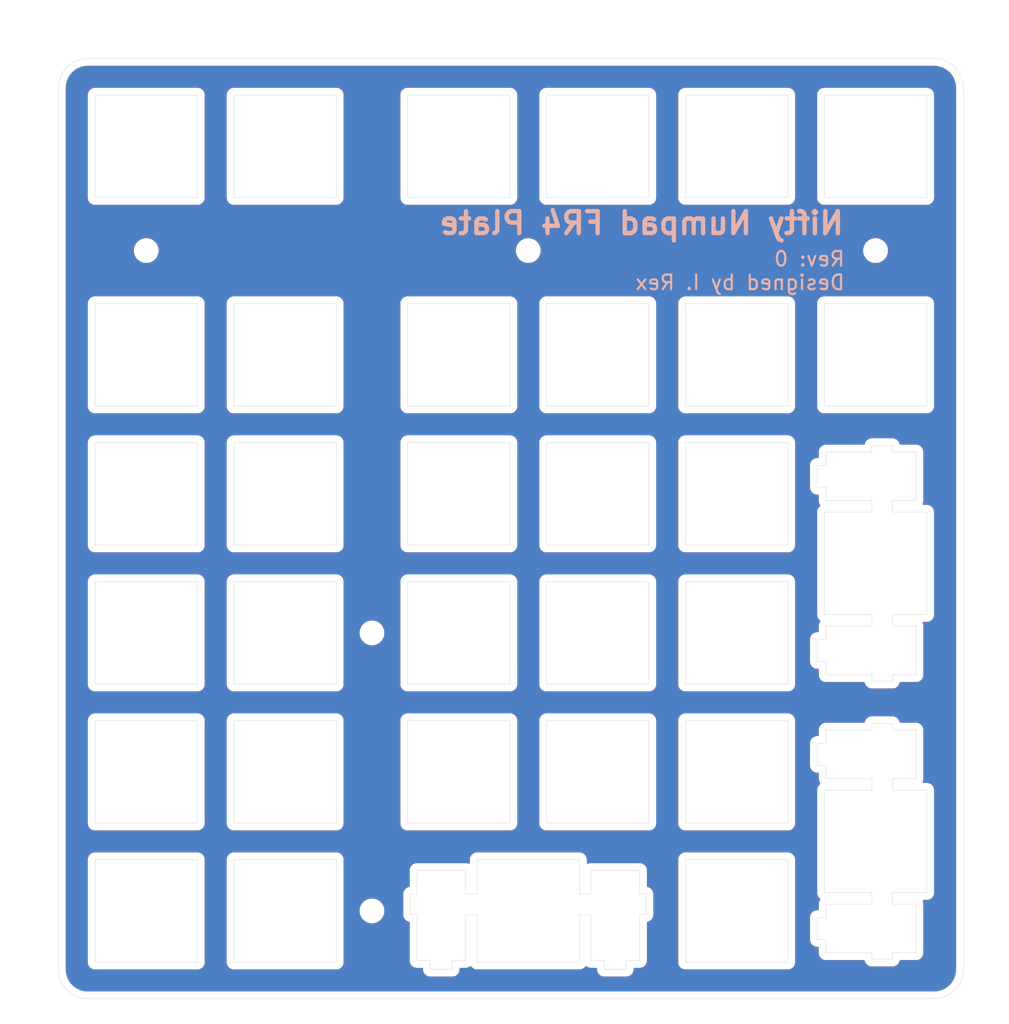
<source format=kicad_pcb>
(kicad_pcb (version 20221018) (generator pcbnew)
  (title_block (title "Nifty Numpad Plate") (date "2023-08-05") (rev "0") (comment 1 "Isaac Rex"))
  (layers (0 "F.Cu" signal) (31 "B.Cu" signal) (34 "B.Paste" user) (35 "F.Paste" user) (36 "B.SilkS" user "B.Silkscreen") (37 "F.SilkS" user "F.Silkscreen") (38 "B.Mask" user) (39 "F.Mask" user) (44 "Edge.Cuts" user))
  (net 0 "")
  (footprint "irex_MountingHole:MountingHole_2.9mm" (layer "F.Cu") (at 121.875 149)
    (fp_text reference "H105" hide)
    (fp_text value "2.9mm")
    (pad "" np_thru_hole circle (at 0 0) (size 2.9 2.9) (drill 2.9) (layers "F&B.Cu" "*.Mask"))
  )
  (footprint "irex_MountingHole:MountingHole_2.9mm" (layer "F.Cu") (at 190.75 58.75)
    (fp_text reference "H103" hide)
    (fp_text value "2.9mm")
    (pad "" np_thru_hole circle (at 0 0) (size 2.9 2.9) (drill 2.9) (layers "F&B.Cu" "*.Mask"))
  )
  (footprint "irex_Aesthetic:Logo_irex_10.0x11.1mm_Copper" (layer "F.Cu") (at 121.9 58.7)
    (fp_text reference "G***" hide)
    (fp_text value "IREX_LOGO" hide)
    (fp_poly (pts (xy -2.714465 2.384016) (xy -2.659375 2.515465) (xy -2.583931 2.696613) (xy -2.57587 2.716018) (xy -2.281771 3.319083) (xy -1.932937 3.851079) (xy -1.538375 4.301271) (xy -1.107091 4.658924) (xy -0.785382 4.849869) (xy -0.464945 4.9964) (xy -0.167065 5.097258) (xy 0.139814 5.158224) (xy 0.487249 5.18508) (xy 0.906796 5.183608) (xy 1.016 5.179901) (xy 1.350412 5.162994) (xy 1.611789 5.13715) (xy 1.839962 5.095733) (xy 2.074761 5.032107) (xy 2.257777 4.973024) (xy 2.925927 4.697066) (xy 3.526765 4.336718) (xy 4.079417 3.880199) (xy 4.161775 3.80029) (xy 4.362805 3.605491) (xy 4.490039 3.493559) (xy 4.544342 3.465702) (xy 4.526574 3.52313) (xy 4.4376 3.66705) (xy 4.278282 3.898673) (xy 4.255265 3.931304) (xy 3.89764 4.340896) (xy 3.446457 4.693028) (xy 2.906901 4.984956) (xy 2.284156 5.213935) (xy 1.583408 5.377222) (xy 1.495777 5.392035) (xy 1.251512 5.420473) (xy 0.924351 5.44269) (xy 0.544145 5.458141) (xy 0.140744 5.466282) (xy -0.256001 5.46657) (xy -0.61624 5.458462) (xy -0.910122 5.441412) (xy -0.959556 5.436754) (xy -1.320854 5.394769) (xy -1.727504 5.339492) (xy -2.151232 5.275503) (xy -2.563764 5.207385) (xy -2.936826 5.13972) (xy -3.242144 5.077088) (xy -3.375664 5.045232) (xy -3.889222 4.884633) (xy -4.304726 4.695481) (xy -4.620042 4.480866) (xy -4.833036 4.243876) (xy -4.941574 3.987601) (xy -4.943523 3.715131) (xy -4.836748 3.429556) (xy -4.662155 3.182599) (xy -4.391243 2.940792) (xy -4.018282 2.725398) (xy -3.551971 2.54095) (xy -3.27151 2.457708) (xy -3.046035 2.398779) (xy -2.867254 2.354735) (xy -2.758994 2.331296) (xy -2.737765 2.329559) (xy -2.714465 2.384016)) (stroke (width 0.01)) (fill solid) (layer "F.Cu"))
    (fp_poly (pts (xy 0.064802 -5.445337) (xy 0.567137 -5.271074) (xy 1.080892 -4.99511) (xy 1.601849 -4.619338) (xy 2.125788 -4.145654) (xy 2.648489 -3.575955) (xy 2.681986 -3.536047) (xy 2.859082 -3.321946) (xy 3.006579 -3.139797) (xy 3.111016 -3.006515) (xy 3.158927 -2.939017) (xy 3.160546 -2.934779) (xy 3.114917 -2.895147) (xy 3.003123 -2.836496) (xy 2.98826 -2.829811) (xy 2.851239 -2.73525) (xy 2.71027 -2.587542) (xy 2.663704 -2.523821) (xy 2.589885 -2.401076) (xy 2.544652 -2.283776) (xy 2.521171 -2.138554) (xy 2.512606 -1.932041) (xy 2.511777 -1.782122) (xy 2.515444 -1.525146) (xy 2.532568 -1.338833) (xy 2.572339 -1.181042) (xy 2.643944 -1.009627) (xy 2.709294 -0.876155) (xy 2.971507 -0.450943) (xy 3.28794 -0.102454) (xy 3.646323 0.160502) (xy 4.034387 0.329115) (xy 4.439862 0.394577) (xy 4.479836 0.395111) (xy 4.846218 0.395111) (xy 4.915542 0.719667) (xy 4.964829 1.05495) (xy 4.985724 1.437797) (xy 4.978838 1.82818) (xy 4.944782 2.18607) (xy 4.889064 2.455333) (xy 4.683022 2.954875) (xy 4.371938 3.422337) (xy 3.960301 3.852971) (xy 3.452602 4.242026) (xy 2.897216 4.562847) (xy 2.72019 4.642077) (xy 2.492522 4.730276) (xy 2.244979 4.817159) (xy 2.008327 4.892443) (xy 1.813333 4.945844) (xy 1.690765 4.967076) (xy 1.687779 4.967111) (xy 1.666742 4.915404) (xy 1.644558 4.778958) (xy 1.625619 4.585789) (xy 1.623618 4.557889) (xy 1.539235 4.036364) (xy 1.35576 3.539948) (xy 1.092925 3.088158) (xy 0.713618 2.620734) (xy 0.274066 2.246137) (xy -0.141111 2.001077) (xy -0.60965 1.812997) (xy -1.043741 1.726679) (xy -1.439396 1.74179) (xy -1.792622 1.857997) (xy -2.09943 2.074966) (xy -2.193021 2.172267) (xy -2.371575 2.375629) (xy -2.433333 2.217925) (xy -2.517327 1.965104) (xy -2.607505 1.62834) (xy -2.697807 1.235914) (xy -2.78217 0.816106) (xy -2.854534 0.397198) (xy -2.908836 0.007468) (xy -2.9109 -0.010152) (xy -2.949887 -0.45024) (xy -2.962222 -0.717854) (xy -2.087205 -0.717854) (xy -2.054264 -0.354836) (xy -1.959897 -0.047857) (xy -1.814558 0.193471) (xy -1.628701 0.359534) (xy -1.412778 0.440719) (xy -1.177243 0.427412) (xy -0.953792 0.324497) (xy -0.735453 0.116233) (xy -0.575357 -0.165612) (xy -0.47887 -0.494884) (xy -0.451354 -0.845425) (xy -0.498174 -1.19108) (xy -0.591228 -1.443453) (xy -0.763355 -1.699906) (xy -0.964277 -1.857775) (xy -1.181019 -1.923353) (xy -1.400607 -1.902935) (xy -1.610066 -1.802811) (xy -1.796421 -1.629277) (xy -1.946698 -1.388625) (xy -2.047921 -1.087149) (xy -2.087117 -0.731141) (xy -2.087205 -0.717854) (xy -2.962222 -0.717854) (xy -2.972167 -0.933614) (xy -2.978218 -1.433964) (xy -2.968519 -1.924979) (xy -2.943549 -2.38035) (xy -2.903785 -2.773765) (xy -2.855546 -3.053999) (xy -2.671099 -3.694243) (xy -2.429847 -4.242783) (xy -2.383413 -4.313961) (xy 0.232463 -4.313961) (xy 0.244282 -4.135598) (xy 0.347654 -3.939977) (xy 0.417689 -3.8608) (xy 0.599775 -3.728273) (xy 0.793911 -3.665879) (xy 0.968612 -3.679693) (xy 1.061155 -3.736622) (xy 1.11155 -3.849645) (xy 1.126763 -4.019539) (xy 1.105916 -4.195625) (xy 1.070771 -4.292904) (xy 0.980019 -4.395751) (xy 0.847796 -4.486749) (xy 0.619863 -4.561459) (xy 0.432899 -4.545295) (xy 0.299551 -4.456661) (xy 0.232463 -4.313961) (xy -2.383413 -4.313961) (xy -2.133276 -4.69739) (xy -1.782872 -5.055838) (xy -1.38012 -5.315899) (xy -1.331482 -5.338954) (xy -0.888727 -5.481172) (xy -0.421892 -5.516001) (xy 0.064802 -5.445337)) (stroke (width 0.01)) (fill solid) (layer "F.Cu"))
  )
  (footprint "irex_MountingHole:MountingHole_2.9mm" (layer "F.Cu") (at 121.875 111)
    (fp_text reference "H104" hide)
    (fp_text value "2.9mm")
    (pad "" np_thru_hole circle (at 0 0) (size 2.9 2.9) (drill 2.9) (layers "F&B.Cu" "*.Mask"))
  )
  (footprint "irex_MountingHole:MountingHole_2.9mm" (layer "F.Cu") (at 91 58.75)
    (fp_text reference "H101" hide)
    (fp_text value "2.9mm")
    (pad "" np_thru_hole circle (at 0 0) (size 2.9 2.9) (drill 2.9) (layers "F&B.Cu" "*.Mask"))
  )
  (footprint "irex_MountingHole:MountingHole_2.9mm" (layer "F.Cu") (at 143.25 58.75)
    (fp_text reference "H102" hide)
    (fp_text value "2.9mm")
    (pad "" np_thru_hole circle (at 0 0) (size 2.9 2.9) (drill 2.9) (layers "F&B.Cu" "*.Mask"))
  )
  (gr_line (start 129.85 155.77) (end 128.025 155.77) (stroke (width 0.05)) (layer "Edge.Cuts"))
  (gr_line (start 145.75 37.5) (end 159.75 37.5) (stroke (width 0.05)) (layer "Edge.Cuts"))
  (gr_line (start 159.75 104) (end 159.75 118) (stroke (width 0.05)) (layer "Edge.Cuts"))
  (gr_line (start 84 142) (end 98 142) (stroke (width 0.05)) (layer "Edge.Cuts"))
  (gr_line (start 140.75 123) (end 140.75 137) (stroke (width 0.05)) (layer "Edge.Cuts"))
  (gr_line (start 198.75 32.5) (end 83 32.5) (stroke (width 0.05)) (layer "Edge.Cuts"))
  (gr_line (start 140.75 99) (end 126.75 99) (stroke (width 0.05)) (layer "Edge.Cuts"))
  (gr_line (start 150.25 146.7) (end 151.825 146.7) (stroke (width 0.05)) (layer "Edge.Cuts"))
  (gr_line (start 150.25 156) (end 136.25 156) (stroke (width 0.05)) (layer "Edge.Cuts"))
  (gr_line (start 126.75 104) (end 140.75 104) (stroke (width 0.05)) (layer "Edge.Cuts"))
  (gr_line (start 183.98 129.1) (end 182.78 129.1) (stroke (width 0.05)) (layer "Edge.Cuts"))
  (gr_line (start 193.05 148.075) (end 196.28 148.075) (stroke (width 0.05)) (layer "Edge.Cuts"))
  (gr_line (start 190.25 130.925) (end 183.98 130.925) (stroke (width 0.05)) (layer "Edge.Cuts"))
  (gr_line (start 126.75 85) (end 140.75 85) (stroke (width 0.05)) (layer "Edge.Cuts"))
  (gr_line (start 158.475 143.47) (end 158.475 146.7) (stroke (width 0.05)) (layer "Edge.Cuts"))
  (gr_line (start 196.28 86.275) (end 196.28 92.925) (stroke (width 0.05)) (layer "Edge.Cuts"))
  (gr_line (start 140.75 85) (end 140.75 99) (stroke (width 0.05)) (layer "Edge.Cuts"))
  (gr_line (start 126.75 137) (end 126.75 123) (stroke (width 0.05)) (layer "Edge.Cuts"))
  (gr_line (start 193.05 132.5) (end 197.75 132.5) (stroke (width 0.05)) (layer "Edge.Cuts"))
  (gr_line (start 98 137) (end 84 137) (stroke (width 0.05)) (layer "Edge.Cuts"))
  (gr_line (start 117 99) (end 103 99) (stroke (width 0.05)) (layer "Edge.Cuts"))
  (gr_line (start 128.025 149.5) (end 127.15 149.5) (stroke (width 0.05)) (layer "Edge.Cuts"))
  (gr_line (start 190.25 155.6) (end 190.25 154.725) (stroke (width 0.05)) (layer "Edge.Cuts"))
  (gr_line (start 197.75 132.5) (end 197.75 146.5) (stroke (width 0.05)) (layer "Edge.Cuts"))
  (gr_line (start 117 37.5) (end 117 51.5) (stroke (width 0.05)) (layer "Edge.Cuts"))
  (gr_line (start 98 99) (end 84 99) (stroke (width 0.05)) (layer "Edge.Cuts"))
  (gr_line (start 156.65 155.77) (end 156.65 156.97) (stroke (width 0.05)) (layer "Edge.Cuts"))
  (gr_line (start 98 51.5) (end 84 51.5) (stroke (width 0.05)) (layer "Edge.Cuts"))
  (gr_line (start 164.75 123) (end 178.75 123) (stroke (width 0.05)) (layer "Edge.Cuts"))
  (gr_line (start 136.25 149.5) (end 134.675 149.5) (stroke (width 0.05)) (layer "Edge.Cuts"))
  (gr_line (start 117 118) (end 103 118) (stroke (width 0.05)) (layer "Edge.Cuts"))
  (gr_line (start 193.05 117.6) (end 190.25 117.6) (stroke (width 0.05)) (layer "Edge.Cuts"))
  (gr_line (start 159.35 149.5) (end 158.475 149.5) (stroke (width 0.05)) (layer "Edge.Cuts"))
  (gr_line (start 196.28 92.925) (end 193.05 92.925) (stroke (width 0.05)) (layer "Edge.Cuts"))
  (gr_line (start 140.75 118) (end 126.75 118) (stroke (width 0.05)) (layer "Edge.Cuts"))
  (gr_line (start 190.25 117.6) (end 190.25 116.725) (stroke (width 0.05)) (layer "Edge.Cuts"))
  (gr_line (start 183.98 92.925) (end 183.98 91.1) (stroke (width 0.05)) (layer "Edge.Cuts"))
  (gr_line (start 84 51.5) (end 84 37.5) (stroke (width 0.05)) (layer "Edge.Cuts"))
  (gr_line (start 98 118) (end 84 118) (stroke (width 0.05)) (layer "Edge.Cuts"))
  (gr_line (start 84 104) (end 98 104) (stroke (width 0.05)) (layer "Edge.Cuts"))
  (gr_line (start 183.98 110.075) (end 190.25 110.075) (stroke (width 0.05)) (layer "Edge.Cuts"))
  (gr_line (start 164.75 37.5) (end 178.75 37.5) (stroke (width 0.05)) (layer "Edge.Cuts"))
  (gr_line (start 103 66) (end 117 66) (stroke (width 0.05)) (layer "Edge.Cuts"))
  (gr_line (start 197.75 94.5) (end 197.75 108.5) (stroke (width 0.05)) (layer "Edge.Cuts"))
  (gr_line (start 134.675 155.77) (end 132.85 155.77) (stroke (width 0.05)) (layer "Edge.Cuts"))
  (gr_line (start 150.25 142) (end 150.25 146.7) (stroke (width 0.05)) (layer "Edge.Cuts"))
  (gr_line (start 103 104) (end 117 104) (stroke (width 0.05)) (layer "Edge.Cuts"))
  (gr_line (start 134.675 143.47) (end 134.675 146.7) (stroke (width 0.05)) (layer "Edge.Cuts"))
  (gr_line (start 84 85) (end 98 85) (stroke (width 0.05)) (layer "Edge.Cuts"))
  (gr_line (start 128.025 155.77) (end 128.025 149.5) (stroke (width 0.05)) (layer "Edge.Cuts"))
  (gr_line (start 182.78 126.1) (end 183.98 126.1) (stroke (width 0.05)) (layer "Edge.Cuts"))
  (gr_line (start 178.75 51.5) (end 164.75 51.5) (stroke (width 0.05)) (layer "Edge.Cuts"))
  (gr_line (start 126.75 99) (end 126.75 85) (stroke (width 0.05)) (layer "Edge.Cuts"))
  (gr_line (start 84 118) (end 84 104) (stroke (width 0.05)) (layer "Edge.Cuts"))
  (gr_line (start 136.25 146.7) (end 136.25 142) (stroke (width 0.05)) (layer "Edge.Cuts"))
  (gr_line (start 182.78 91.1) (end 182.78 88.1) (stroke (width 0.05)) (layer "Edge.Cuts"))
  (gr_line (start 145.75 123) (end 159.75 123) (stroke (width 0.05)) (layer "Edge.Cuts"))
  (gr_line (start 190.25 94.5) (end 190.25 92.925) (stroke (width 0.05)) (layer "Edge.Cuts"))
  (gr_line (start 145.75 51.5) (end 145.75 37.5) (stroke (width 0.05)) (layer "Edge.Cuts"))
  (gr_line (start 159.75 137) (end 145.75 137) (stroke (width 0.05)) (layer "Edge.Cuts"))
  (gr_line (start 183.75 108.5) (end 183.75 94.5) (stroke (width 0.05)) (layer "Edge.Cuts"))
  (gr_line (start 182.78 88.1) (end 183.98 88.1) (stroke (width 0.05)) (layer "Edge.Cuts"))
  (gr_line (start 98 66) (end 98 80) (stroke (width 0.05)) (layer "Edge.Cuts"))
  (gr_line (start 178.75 142) (end 178.75 156) (stroke (width 0.05)) (layer "Edge.Cuts"))
  (gr_line (start 178.75 118) (end 164.75 118) (stroke (width 0.05)) (layer "Edge.Cuts"))
  (gr_line (start 197.75 51.5) (end 183.75 51.5) (stroke (width 0.05)) (layer "Edge.Cuts"))
  (gr_line (start 197.75 37.5) (end 197.75 51.5) (stroke (width 0.05)) (layer "Edge.Cuts"))
  (gr_line (start 164.75 118) (end 164.75 104) (stroke (width 0.05)) (layer "Edge.Cuts"))
  (gr_line (start 190.25 148.075) (end 190.25 146.5) (stroke (width 0.05)) (layer "Edge.Cuts"))
  (gr_line (start 126.75 123) (end 140.75 123) (stroke (width 0.05)) (layer "Edge.Cuts"))
  (gr_line (start 193.05 85.4) (end 193.05 86.275) (stroke (width 0.05)) (layer "Edge.Cuts"))
  (gr_line (start 158.475 155.77) (end 156.65 155.77) (stroke (width 0.05)) (layer "Edge.Cuts"))
  (gr_line (start 183.98 114.9) (end 182.78 114.9) (stroke (width 0.05)) (layer "Edge.Cuts"))
  (gr_line (start 84 137) (end 84 123) (stroke (width 0.05)) (layer "Edge.Cuts"))
  (gr_line (start 159.75 80) (end 145.75 80) (stroke (width 0.05)) (layer "Edge.Cuts"))
  (gr_line (start 183.98 126.1) (end 183.98 124.275) (stroke (width 0.05)) (layer "Edge.Cuts"))
  (gr_line (start 178.75 80) (end 164.75 80) (stroke (width 0.05)) (layer "Edge.Cuts"))
  (gr_line (start 183.75 66) (end 197.75 66) (stroke (width 0.05)) (layer "Edge.Cuts"))
  (gr_line (start 190.25 132.5) (end 190.25 130.925) (stroke (width 0.05)) (layer "Edge.Cuts"))
  (gr_line (start 117 104) (end 117 118) (stroke (width 0.05)) (layer "Edge.Cuts"))
  (gr_line (start 183.98 148.075) (end 190.25 148.075) (stroke (width 0.05)) (layer "Edge.Cuts"))
  (gr_line (start 182.78 111.9) (end 183.98 111.9) (stroke (width 0.05)) (layer "Edge.Cuts"))
  (gr_line (start 103 137) (end 103 123) (stroke (width 0.05)) (layer "Edge.Cuts"))
  (gr_line (start 103 118) (end 103 104) (stroke (width 0.05)) (layer "Edge.Cuts"))
  (gr_line (start 193.05 110.075) (end 196.28 110.075) (stroke (width 0.05)) (layer "Edge.Cuts"))
  (gr_line (start 178.75 104) (end 178.75 118) (stroke (width 0.05)) (layer "Edge.Cuts"))
  (gr_line (start 145.75 137) (end 145.75 123) (stroke (width 0.05)) (layer "Edge.Cuts"))
  (gr_line (start 159.75 99) (end 145.75 99) (stroke (width 0.05)) (layer "Edge.Cuts"))
  (gr_line (start 196.28 154.725) (end 193.05 154.725) (stroke (width 0.05)) (layer "Edge.Cuts"))
  (gr_line (start 193.05 108.5) (end 193.05 110.075) (stroke (width 0.05)) (layer "Edge.Cuts"))
  (gr_line (start 183.75 132.5) (end 190.25 132.5) (stroke (width 0.05)) (layer "Edge.Cuts"))
  (gr_line (start 158.475 149.5) (end 158.475 155.77) (stroke (width 0.05)) (layer "Edge.Cuts"))
  (gr_line (start 159.75 118) (end 145.75 118) (stroke (width 0.05)) (layer "Edge.Cuts"))
  (gr_line (start 193.05 116.725) (end 193.05 117.6) (stroke (width 0.05)) (layer "Edge.Cuts"))
  (gr_line (start 159.75 37.5) (end 159.75 51.5) (stroke (width 0.05)) (layer "Edge.Cuts"))
  (gr_line (start 202.75 157) (end 202.75 36.5) (stroke (width 0.05)) (layer "Edge.Cuts"))
  (gr_line (start 193.05 155.6) (end 190.25 155.6) (stroke (width 0.05)) (layer "Edge.Cuts"))
  (gr_line (start 182.78 152.9) (end 182.78 149.9) (stroke (width 0.05)) (layer "Edge.Cuts"))
  (gr_line (start 134.675 149.5) (end 134.675 155.77) (stroke (width 0.05)) (layer "Edge.Cuts"))
  (gr_line (start 117 137) (end 103 137) (stroke (width 0.05)) (layer "Edge.Cuts"))
  (gr_line (start 164.75 156) (end 164.75 142) (stroke (width 0.05)) (layer "Edge.Cuts"))
  (gr_line (start 190.25 86.275) (end 190.25 85.4) (stroke (width 0.05)) (layer "Edge.Cuts"))
  (gr_line (start 145.75 104) (end 159.75 104) (stroke (width 0.05)) (layer "Edge.Cuts"))
  (gr_line (start 98 156) (end 84 156) (stroke (width 0.05)) (layer "Edge.Cuts"))
  (gr_line (start 164.75 137) (end 164.75 123) (stroke (width 0.05)) (layer "Edge.Cuts"))
  (gr_line (start 103 80) (end 103 66) (stroke (width 0.05)) (layer "Edge.Cuts"))
  (gr_line (start 117 123) (end 117 137) (stroke (width 0.05)) (layer "Edge.Cuts"))
  (gr_line (start 197.75 80) (end 183.75 80) (stroke (width 0.05)) (layer "Edge.Cuts"))
  (gr_line (start 126.75 80) (end 126.75 66) (stroke (width 0.05)) (layer "Edge.Cuts"))
  (gr_line (start 197.75 146.5) (end 193.05 146.5) (stroke (width 0.05)) (layer "Edge.Cuts"))
  (gr_line (start 145.75 85) (end 159.75 85) (stroke (width 0.05)) (layer "Edge.Cuts"))
  (gr_line (start 151.825 155.77) (end 151.825 149.5) (stroke (width 0.05)) (layer "Edge.Cuts"))
  (gr_line (start 126.75 51.5) (end 126.75 37.5) (stroke (width 0.05)) (layer "Edge.Cuts"))
  (gr_line (start 153.65 155.77) (end 151.825 155.77) (stroke (width 0.05)) (layer "Edge.Cuts"))
  (gr_line (start 164.75 104) (end 178.75 104) (stroke (width 0.05)) (layer "Edge.Cuts"))
  (gr_line (start 153.65 156.97) (end 153.65 155.77) (stroke (width 0.05)) (layer "Edge.Cuts"))
  (gr_line (start 196.28 130.925) (end 193.05 130.925) (stroke (width 0.05)) (layer "Edge.Cuts"))
  (gr_line (start 196.28 148.075) (end 196.28 154.725) (stroke (width 0.05)) (layer "Edge.Cuts"))
  (gr_line (start 183.75 51.5) (end 183.75 37.5) (stroke (width 0.05)) (layer "Edge.Cuts"))
  (gr_line (start 159.75 51.5) (end 145.75 51.5) (stroke (width 0.05)) (layer "Edge.Cuts"))
  (gr_line (start 140.75 66) (end 140.75 80) (stroke (width 0.05)) (layer "Edge.Cuts"))
  (gr_line (start 127.15 146.7) (end 128.025 146.7) (stroke (width 0.05)) (layer "Edge.Cuts"))
  (gr_line (start 193.05 123.4) (end 193.05 124.275) (stroke (width 0.05)) (layer "Edge.Cuts"))
  (gr_line (start 132.85 156.97) (end 129.85 156.97) (stroke (width 0.05)) (layer "Edge.Cuts"))
  (gr_line (start 183.98 116.725) (end 183.98 114.9) (stroke (width 0.05)) (layer "Edge.Cuts"))
  (gr_line (start 190.25 146.5) (end 183.75 146.5) (stroke (width 0.05)) (layer "Edge.Cuts"))
  (gr_line (start 84 66) (end 98 66) (stroke (width 0.05)) (layer "Edge.Cuts"))
  (gr_line (start 183.98 149.9) (end 183.98 148.075) (stroke (width 0.05)) (layer "Edge.Cuts"))
  (gr_line (start 178.75 137) (end 164.75 137) (stroke (width 0.05)) (layer "Edge.Cuts"))
  (gr_line (start 140.75 37.5) (end 140.75 51.5) (stroke (width 0.05)) (layer "Edge.Cuts"))
  (gr_line (start 178.75 85) (end 178.75 99) (stroke (width 0.05)) (layer "Edge.Cuts"))
  (gr_line (start 158.475 146.7) (end 159.35 146.7) (stroke (width 0.05)) (layer "Edge.Cuts"))
  (gr_line (start 159.75 66) (end 159.75 80) (stroke (width 0.05)) (layer "Edge.Cuts"))
  (gr_line (start 197.75 108.5) (end 193.05 108.5) (stroke (width 0.05)) (layer "Edge.Cuts"))
  (gr_line (start 103 99) (end 103 85) (stroke (width 0.05)) (layer "Edge.Cuts"))
  (gr_line (start 151.825 149.5) (end 150.25 149.5) (stroke (width 0.05)) (layer "Edge.Cuts"))
  (gr_line (start 193.05 124.275) (end 196.28 124.275) (stroke (width 0.05)) (layer "Edge.Cuts"))
  (gr_line (start 151.825 146.7) (end 151.825 143.47) (stroke (width 0.05)) (layer "Edge.Cuts"))
  (gr_line (start 156.65 156.97) (end 153.65 156.97) (stroke (width 0.05)) (layer "Edge.Cuts"))
  (gr_line (start 159.75 123) (end 159.75 137) (stroke (width 0.05)) (layer "Edge.Cuts"))
  (gr_line (start 183.98 124.275) (end 190.25 124.275) (stroke (width 0.05)) (layer "Edge.Cuts"))
  (gr_line (start 117 85) (end 117 99) (stroke (width 0.05)) (layer "Edge.Cuts"))
  (gr_line (start 190.25 124.275) (end 190.25 123.4) (stroke (width 0.05)) (layer "Edge.Cuts"))
  (gr_line (start 128.025 143.47) (end 134.675 143.47) (stroke (width 0.05)) (layer "Edge.Cuts"))
  (gr_line (start 183.98 86.275) (end 190.25 86.275) (stroke (width 0.05)) (layer "Edge.Cuts"))
  (gr_line (start 164.75 85) (end 178.75 85) (stroke (width 0.05)) (layer "Edge.Cuts"))
  (gr_line (start 183.98 154.725) (end 183.98 152.9) (stroke (width 0.05)) (layer "Edge.Cuts"))
  (gr_line (start 196.28 110.075) (end 196.28 116.725) (stroke (width 0.05)) (layer "Edge.Cuts"))
  (gr_line (start 196.28 124.275) (end 196.28 130.925) (stroke (width 0.05)) (layer "Edge.Cuts"))
  (gr_line (start 159.35 146.7) (end 159.35 149.5) (stroke (width 0.05)) (layer "Edge.Cuts"))
  (gr_line (start 190.25 116.725) (end 183.98 116.725) (stroke (width 0.05)) (layer "Edge.Cuts"))
  (gr_line (start 183.98 130.925) (end 183.98 129.1) (stroke (width 0.05)) (layer "Edge.Cuts"))
  (gr_line (start 178.75 123) (end 178.75 137) (stroke (width 0.05)) (layer "Edge.Cuts"))
  (gr_line (start 103 142) (end 117 142) (stroke (width 0.05)) (layer "Edge.Cuts"))
  (gr_line (start 151.825 143.47) (end 158.475 143.47) (stroke (width 0.05)) (layer "Edge.Cuts"))
  (gr_line (start 140.75 137) (end 126.75 137) (stroke (width 0.05)) (layer "Edge.Cuts"))
  (gr_line (start 83 161) (end 198.75 161) (stroke (width 0.05)) (layer "Edge.Cuts"))
  (gr_line (start 103 85) (end 117 85) (stroke (width 0.05)) (layer "Edge.Cuts"))
  (gr_line (start 103 123) (end 117 123) (stroke (width 0.05)) (layer "Edge.Cuts"))
  (gr_line (start 183.75 37.5) (end 197.75 37.5) (stroke (width 0.05)) (layer "Edge.Cuts"))
  (gr_line (start 193.05 130.925) (end 193.05 132.5) (stroke (width 0.05)) (layer "Edge.Cuts"))
  (gr_line (start 182.78 149.9) (end 183.98 149.9) (stroke (width 0.05)) (layer "Edge.Cuts"))
  (gr_line (start 98 142) (end 98 156) (stroke (width 0.05)) (layer "Edge.Cuts"))
  (gr_line (start 98 80) (end 84 80) (stroke (width 0.05)) (layer "Edge.Cuts"))
  (gr_line (start 196.28 116.725) (end 193.05 116.725) (stroke (width 0.05)) (layer "Edge.Cuts"))
  (gr_line (start 150.25 149.5) (end 150.25 156) (stroke (width 0.05)) (layer "Edge.Cuts"))
  (gr_line (start 190.25 92.925) (end 183.98 92.925) (stroke (width 0.05)) (layer "Edge.Cuts"))
  (gr_line (start 193.05 86.275) (end 196.28 86.275) (stroke (width 0.05)) (layer "Edge.Cuts"))
  (gr_line (start 145.75 118) (end 145.75 104) (stroke (width 0.05)) (layer "Edge.Cuts"))
  (gr_line (start 145.75 80) (end 145.75 66) (stroke (width 0.05)) (layer "Edge.Cuts"))
  (gr_line (start 103 156) (end 103 142) (stroke (width 0.05)) (layer "Edge.Cuts"))
  (gr_arc (start 79 36.5) (mid 80.171573 33.671573) (end 83 32.5) (stroke (width 0.05)) (layer "Edge.Cuts"))
  (gr_line (start 98 104) (end 98 118) (stroke (width 0.05)) (layer "Edge.Cuts"))
  (gr_line (start 178.75 66) (end 178.75 80) (stroke (width 0.05)) (layer "Edge.Cuts"))
  (gr_line (start 190.25 123.4) (end 193.05 123.4) (stroke (width 0.05)) (layer "Edge.Cuts"))
  (gr_line (start 183.98 152.9) (end 182.78 152.9) (stroke (width 0.05)) (layer "Edge.Cuts"))
  (gr_line (start 126.75 37.5) (end 140.75 37.5) (stroke (width 0.05)) (layer "Edge.Cuts"))
  (gr_line (start 140.75 51.5) (end 126.75 51.5) (stroke (width 0.05)) (layer "Edge.Cuts"))
  (gr_line (start 193.05 92.925) (end 193.05 94.5) (stroke (width 0.05)) (layer "Edge.Cuts"))
  (gr_arc (start 83 161) (mid 80.171573 159.828427) (end 79 157) (stroke (width 0.05)) (layer "Edge.Cuts"))
  (gr_line (start 79 36.5) (end 79 157) (stroke (width 0.05)) (layer "Edge.Cuts"))
  (gr_line (start 84 99) (end 84 85) (stroke (width 0.05)) (layer "Edge.Cuts"))
  (gr_line (start 178.75 156) (end 164.75 156) (stroke (width 0.05)) (layer "Edge.Cuts"))
  (gr_line (start 182.78 114.9) (end 182.78 111.9) (stroke (width 0.05)) (layer "Edge.Cuts"))
  (gr_line (start 140.75 80) (end 126.75 80) (stroke (width 0.05)) (layer "Edge.Cuts"))
  (gr_line (start 183.98 111.9) (end 183.98 110.075) (stroke (width 0.05)) (layer "Edge.Cuts"))
  (gr_line (start 117 80) (end 103 80) (stroke (width 0.05)) (layer "Edge.Cuts"))
  (gr_line (start 136.25 142) (end 150.25 142) (stroke (width 0.05)) (layer "Edge.Cuts"))
  (gr_line (start 183.75 80) (end 183.75 66) (stroke (width 0.05)) (layer "Edge.Cuts"))
  (gr_line (start 190.25 108.5) (end 183.75 108.5) (stroke (width 0.05)) (layer "Edge.Cuts"))
  (gr_line (start 190.25 110.075) (end 190.25 108.5) (stroke (width 0.05)) (layer "Edge.Cuts"))
  (gr_arc (start 198.75 32.5) (mid 201.578427 33.671573) (end 202.75 36.5) (stroke (width 0.05)) (layer "Edge.Cuts"))
  (gr_line (start 164.75 66) (end 178.75 66) (stroke (width 0.05)) (layer "Edge.Cuts"))
  (gr_line (start 98 37.5) (end 98 51.5) (stroke (width 0.05)) (layer "Edge.Cuts"))
  (gr_line (start 178.75 37.5) (end 178.75 51.5) (stroke (width 0.05)) (layer "Edge.Cuts"))
  (gr_line (start 84 80) (end 84 66) (stroke (width 0.05)) (layer "Edge.Cuts"))
  (gr_line (start 164.75 142) (end 178.75 142) (stroke (width 0.05)) (layer "Edge.Cuts"))
  (gr_line (start 134.675 146.7) (end 136.25 146.7) (stroke (width 0.05)) (layer "Edge.Cuts"))
  (gr_line (start 103 37.5) (end 117 37.5) (stroke (width 0.05)) (layer "Edge.Cuts"))
  (gr_line (start 164.75 51.5) (end 164.75 37.5) (stroke (width 0.05)) (layer "Edge.Cuts"))
  (gr_line (start 178.75 99) (end 164.75 99) (stroke (width 0.05)) (layer "Edge.Cuts"))
  (gr_line (start 193.05 94.5) (end 197.75 94.5) (stroke (width 0.05)) (layer "Edge.Cuts"))
  (gr_line (start 164.75 80) (end 164.75 66) (stroke (width 0.05)) (layer "Edge.Cuts"))
  (gr_line (start 136.25 156) (end 136.25 149.5) (stroke (width 0.05)) (layer "Edge.Cuts"))
  (gr_line (start 129.85 156.97) (end 129.85 155.77) (stroke (width 0.05)) (layer "Edge.Cuts"))
  (gr_line (start 117 66) (end 117 80) (stroke (width 0.05)) (layer "Edge.Cuts"))
  (gr_line (start 145.75 66) (end 159.75 66) (stroke (width 0.05)) (layer "Edge.Cuts"))
  (gr_arc (start 202.75 157) (mid 201.578427 159.828427) (end 198.75 161) (stroke (width 0.05)) (layer "Edge.Cuts"))
  (gr_line (start 98 123) (end 98 137) (stroke (width 0.05)) (layer "Edge.Cuts"))
  (gr_line (start 103 51.5) (end 103 37.5) (stroke (width 0.05)) (layer "Edge.Cuts"))
  (gr_line (start 84 156) (end 84 142) (stroke (width 0.05)) (layer "Edge.Cuts"))
  (gr_line (start 190.25 85.4) (end 193.05 85.4) (stroke (width 0.05)) (layer "Edge.Cuts"))
  (gr_line (start 145.75 99) (end 145.75 85) (stroke (width 0.05)) (layer "Edge.Cuts"))
  (gr_line (start 190.25 154.725) (end 183.98 154.725) (stroke (width 0.05)) (layer "Edge.Cuts"))
  (gr_line (start 193.05 146.5) (end 193.05 148.075) (stroke (width 0.05)) (layer "Edge.Cuts"))
  (gr_line (start 126.75 66) (end 140.75 66) (stroke (width 0.05)) (layer "Edge.Cuts"))
  (gr_line (start 182.78 129.1) (end 182.78 126.1) (stroke (width 0.05)) (layer "Edge.Cuts"))
  (gr_line (start 98 85) (end 98 99) (stroke (width 0.05)) (layer "Edge.Cuts"))
  (gr_line (start 117 156) (end 103 156) (stroke (width 0.05)) (layer "Edge.Cuts"))
  (gr_line (start 140.75 104) (end 140.75 118) (stroke (width 0.05)) (layer "Edge.Cuts"))
  (gr_line (start 197.75 66) (end 197.75 80) (stroke (width 0.05)) (layer "Edge.Cuts"))
  (gr_line (start 128.025 146.7) (end 128.025 143.47) (stroke (width 0.05)) (layer "Edge.Cuts"))
  (gr_line (start 117 51.5) (end 103 51.5) (stroke (width 0.05)) (layer "Edge.Cuts"))
  (gr_line (start 164.75 99) (end 164.75 85) (stroke (width 0.05)) (layer "Edge.Cuts"))
  (gr_line (start 127.15 149.5) (end 127.15 146.7) (stroke (width 0.05)) (layer "Edge.Cuts"))
  (gr_line (start 159.75 85) (end 159.75 99) (stroke (width 0.05)) (layer "Edge.Cuts"))
  (gr_line (start 126.75 118) (end 126.75 104) (stroke (width 0.05)) (layer "Edge.Cuts"))
  (gr_line (start 193.05 154.725) (end 193.05 155.6) (stroke (width 0.05)) (layer "Edge.Cuts"))
  (gr_line (start 117 142) (end 117 156) (stroke (width 0.05)) (layer "Edge.Cuts"))
  (gr_line (start 84 123) (end 98 123) (stroke (width 0.05)) (layer "Edge.Cuts"))
  (gr_line (start 183.75 94.5) (end 190.25 94.5) (stroke (width 0.05)) (layer "Edge.Cuts"))
  (gr_line (start 183.98 91.1) (end 182.78 91.1) (stroke (width 0.05)) (layer "Edge.Cuts"))
  (gr_line (start 183.75 146.5) (end 183.75 132.5) (stroke (width 0.05)) (layer "Edge.Cuts"))
  (gr_line (start 132.85 155.77) (end 132.85 156.97) (stroke (width 0.05)) (layer "Edge.Cuts"))
  (gr_line (start 183.98 88.1) (end 183.98 86.275) (stroke (width 0.05)) (layer "Edge.Cuts"))
  (gr_line (start 84 37.5) (end 98 37.5) (stroke (width 0.05)) (layer "Edge.Cuts"))
  (gr_text "Rev: 0\nDesigned by I. Rex" (at 186.7 61.5) (layer "B.SilkS") (effects (font (size 2 2) (thickness 0.3)) (justify left mirror)))
  (gr_text "Nifty Numpad FR4 Plate" (at 186.7 55) (layer "B.SilkS") (effects (font (size 3 3) (thickness 0.6) bold) (justify left mirror)))
  (zone (net 0) (net_name "") (layers "F&B.Cu") (connect_pads (clearance 0.5)) (min_thickness 0.25) (fill yes (thermal_gap 0.5) (thermal_bridge_width 0.5) (island_removal_mode 1) (island_area_min 10))
    (polygon (pts (xy 71 24.5) (xy 209 24.5) (xy 209 164.5) (xy 71 164.5)))
  )
)
</source>
